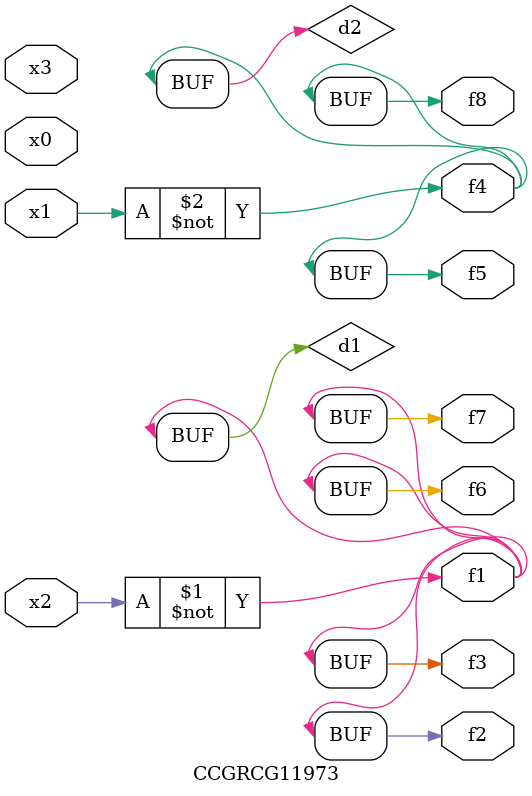
<source format=v>
module CCGRCG11973(
	input x0, x1, x2, x3,
	output f1, f2, f3, f4, f5, f6, f7, f8
);

	wire d1, d2;

	xnor (d1, x2);
	not (d2, x1);
	assign f1 = d1;
	assign f2 = d1;
	assign f3 = d1;
	assign f4 = d2;
	assign f5 = d2;
	assign f6 = d1;
	assign f7 = d1;
	assign f8 = d2;
endmodule

</source>
